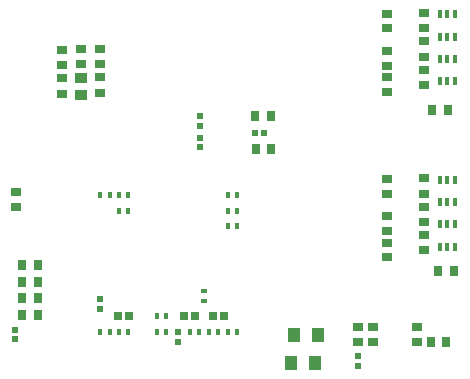
<source format=gbp>
G04*
G04 #@! TF.GenerationSoftware,Altium Limited,Altium Designer,24.4.1 (13)*
G04*
G04 Layer_Color=128*
%FSLAX44Y44*%
%MOMM*%
G71*
G04*
G04 #@! TF.SameCoordinates,6757478C-E6A1-41AE-BC66-293F91E3D7AC*
G04*
G04*
G04 #@! TF.FilePolarity,Positive*
G04*
G01*
G75*
%ADD24R,0.8500X0.7000*%
%ADD25R,0.8500X0.7500*%
%ADD36R,0.7500X0.8500*%
%ADD40R,0.5200X0.5200*%
%ADD46R,0.5200X0.5200*%
%ADD72R,1.0500X0.9000*%
%ADD73R,0.8000X0.9500*%
%ADD74R,1.0000X1.2500*%
%ADD75R,0.4000X0.8000*%
%ADD76R,0.7000X0.8500*%
%ADD77R,0.4000X0.5000*%
%ADD78R,0.7154X0.6725*%
%ADD79R,0.5000X0.4000*%
D24*
X385000Y159500D02*
D03*
Y172000D02*
D03*
Y128000D02*
D03*
Y140500D02*
D03*
Y118000D02*
D03*
Y105500D02*
D03*
Y312000D02*
D03*
Y299500D02*
D03*
Y245500D02*
D03*
Y258000D02*
D03*
Y280500D02*
D03*
Y268000D02*
D03*
D25*
X110150Y257250D02*
D03*
Y244250D02*
D03*
X110000Y281500D02*
D03*
Y268500D02*
D03*
X126000Y282000D02*
D03*
Y269000D02*
D03*
X142000Y282000D02*
D03*
Y269000D02*
D03*
Y245000D02*
D03*
Y258000D02*
D03*
X416000Y159500D02*
D03*
Y172500D02*
D03*
Y135500D02*
D03*
Y148500D02*
D03*
Y124500D02*
D03*
Y111500D02*
D03*
X416000Y312500D02*
D03*
Y299500D02*
D03*
Y251500D02*
D03*
Y264500D02*
D03*
Y275500D02*
D03*
Y288500D02*
D03*
X71000Y148000D02*
D03*
Y161000D02*
D03*
X360000Y33500D02*
D03*
Y46500D02*
D03*
X373000Y33500D02*
D03*
Y46500D02*
D03*
X410000Y33500D02*
D03*
Y46500D02*
D03*
D36*
X286500Y225000D02*
D03*
X273500D02*
D03*
X422000Y34000D02*
D03*
X435000D02*
D03*
D40*
X227000Y199000D02*
D03*
Y207000D02*
D03*
X227001Y225001D02*
D03*
Y217001D02*
D03*
X142000Y70000D02*
D03*
Y62000D02*
D03*
X208000Y42000D02*
D03*
Y34000D02*
D03*
X360000Y22000D02*
D03*
Y14000D02*
D03*
X70000Y36250D02*
D03*
Y44250D02*
D03*
D46*
X273000Y211000D02*
D03*
X281000D02*
D03*
D72*
X126000Y257750D02*
D03*
Y243250D02*
D03*
D73*
X89750Y85000D02*
D03*
X76250D02*
D03*
X89750Y57000D02*
D03*
X76250D02*
D03*
X89750Y71000D02*
D03*
X76250D02*
D03*
X441750Y94000D02*
D03*
X428250D02*
D03*
X423250Y230000D02*
D03*
X436750D02*
D03*
X89750Y99000D02*
D03*
X76250D02*
D03*
D74*
X303750Y16500D02*
D03*
X323750D02*
D03*
X326250Y39500D02*
D03*
X306250D02*
D03*
D75*
X442500Y171500D02*
D03*
X436000D02*
D03*
X429500D02*
D03*
Y152500D02*
D03*
X436000D02*
D03*
X442500D02*
D03*
Y133500D02*
D03*
X436000D02*
D03*
X429500D02*
D03*
Y114500D02*
D03*
X436000D02*
D03*
X442500D02*
D03*
Y292500D02*
D03*
X436000D02*
D03*
X429500D02*
D03*
Y311500D02*
D03*
X436000D02*
D03*
X442500D02*
D03*
Y254500D02*
D03*
X436000D02*
D03*
X429500D02*
D03*
Y273500D02*
D03*
X436000D02*
D03*
X442500D02*
D03*
D76*
X286500Y197000D02*
D03*
X274000D02*
D03*
D77*
X250000Y158000D02*
D03*
X258000D02*
D03*
X250000Y42000D02*
D03*
X258000D02*
D03*
X158000Y158000D02*
D03*
X166000D02*
D03*
X150000D02*
D03*
X142000D02*
D03*
X158000Y145000D02*
D03*
X166000D02*
D03*
X150000Y42000D02*
D03*
X142000D02*
D03*
X158000D02*
D03*
X166000D02*
D03*
X250000Y132000D02*
D03*
X258000D02*
D03*
X250000Y145000D02*
D03*
X258000D02*
D03*
X218000Y42000D02*
D03*
X226000D02*
D03*
X190000Y56000D02*
D03*
X198000D02*
D03*
X242000Y42000D02*
D03*
X234000D02*
D03*
X198000D02*
D03*
X190000D02*
D03*
D78*
X222786Y56000D02*
D03*
X213214D02*
D03*
X237214D02*
D03*
X246786D02*
D03*
X166786D02*
D03*
X157214D02*
D03*
D79*
X230000Y77000D02*
D03*
Y69000D02*
D03*
M02*

</source>
